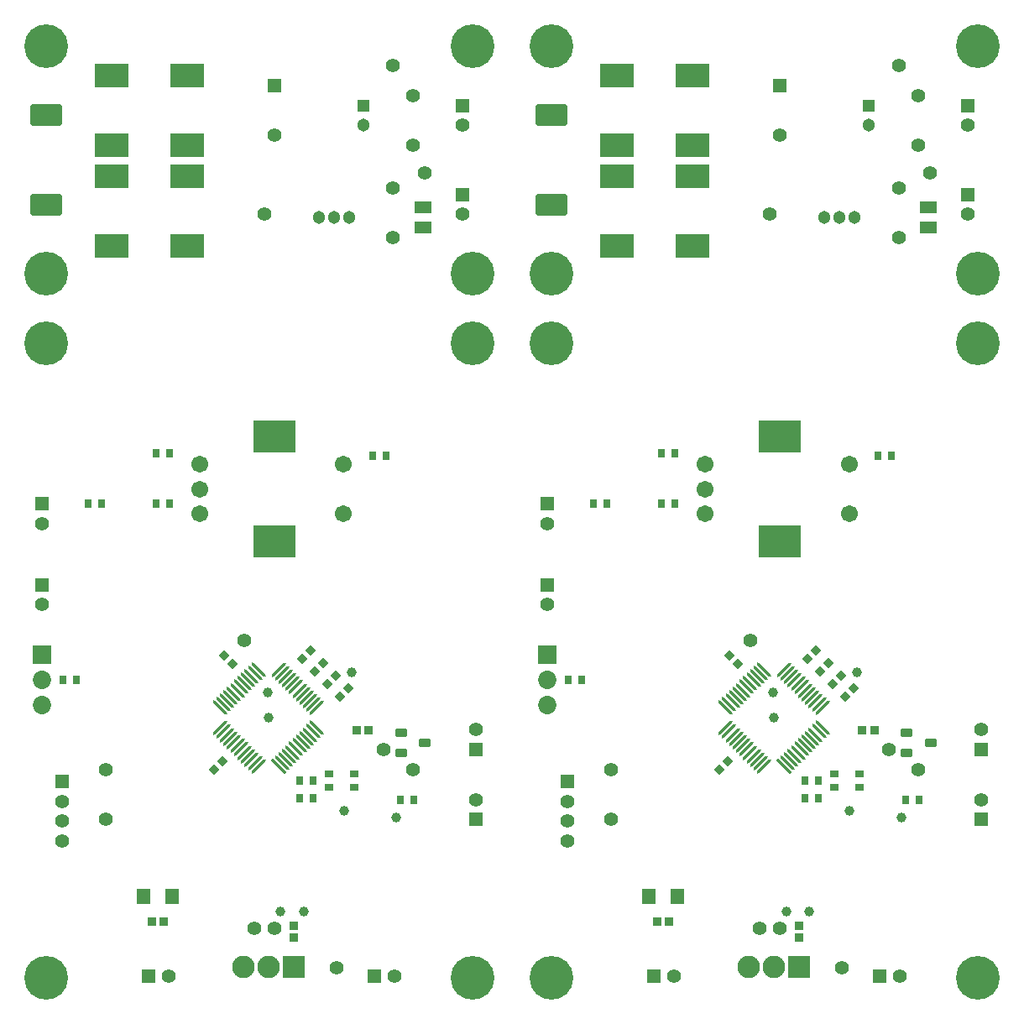
<source format=gbr>
%TF.GenerationSoftware,Altium Limited,Altium Designer,24.3.1 (35)*%
G04 Layer_Color=8388736*
%FSLAX45Y45*%
%MOMM*%
%TF.SameCoordinates,C0A1E697-D952-45A1-8973-6DB72EE3D4FA*%
%TF.FilePolarity,Negative*%
%TF.FileFunction,Soldermask,Top*%
%TF.Part,CustomerPanel*%
G01*
G75*
%TA.AperFunction,SMDPad,CuDef*%
%ADD17R,0.65872X0.81213*%
%ADD18R,0.80872X0.81213*%
%ADD19R,0.81213X0.65872*%
%ADD20R,0.81213X0.80872*%
G04:AMPARAMS|DCode=21|XSize=0.80872mm|YSize=0.81213mm|CornerRadius=0mm|HoleSize=0mm|Usage=FLASHONLY|Rotation=45.000|XOffset=0mm|YOffset=0mm|HoleType=Round|Shape=Rectangle|*
%AMROTATEDRECTD21*
4,1,4,0.00121,-0.57306,-0.57306,0.00121,-0.00121,0.57306,0.57306,-0.00121,0.00121,-0.57306,0.0*
%
%ADD21ROTATEDRECTD21*%

G04:AMPARAMS|DCode=22|XSize=0.80872mm|YSize=0.81213mm|CornerRadius=0mm|HoleSize=0mm|Usage=FLASHONLY|Rotation=315.000|XOffset=0mm|YOffset=0mm|HoleType=Round|Shape=Rectangle|*
%AMROTATEDRECTD22*
4,1,4,-0.57306,-0.00121,0.00121,0.57306,0.57306,0.00121,-0.00121,-0.57306,-0.57306,-0.00121,0.0*
%
%ADD22ROTATEDRECTD22*%

G04:AMPARAMS|DCode=24|XSize=1.95524mm|YSize=0.31247mm|CornerRadius=0mm|HoleSize=0mm|Usage=FLASHONLY|Rotation=135.000|XOffset=0mm|YOffset=0mm|HoleType=Round|Shape=Rectangle|*
%AMROTATEDRECTD24*
4,1,4,0.80176,-0.58080,0.58080,-0.80176,-0.80176,0.58080,-0.58080,0.80176,0.80176,-0.58080,0.0*
%
%ADD24ROTATEDRECTD24*%

G04:AMPARAMS|DCode=25|XSize=1.95524mm|YSize=0.31247mm|CornerRadius=0.15624mm|HoleSize=0mm|Usage=FLASHONLY|Rotation=135.000|XOffset=0mm|YOffset=0mm|HoleType=Round|Shape=RoundedRectangle|*
%AMROUNDEDRECTD25*
21,1,1.95524,0.00000,0,0,135.0*
21,1,1.64277,0.31247,0,0,135.0*
1,1,0.31247,-0.58080,0.58081*
1,1,0.31247,0.58081,-0.58080*
1,1,0.31247,0.58080,-0.58081*
1,1,0.31247,-0.58081,0.58080*
%
%ADD25ROUNDEDRECTD25*%
G04:AMPARAMS|DCode=26|XSize=0.31247mm|YSize=1.95524mm|CornerRadius=0.15624mm|HoleSize=0mm|Usage=FLASHONLY|Rotation=135.000|XOffset=0mm|YOffset=0mm|HoleType=Round|Shape=RoundedRectangle|*
%AMROUNDEDRECTD26*
21,1,0.31247,1.64277,0,0,135.0*
21,1,0.00000,1.95524,0,0,135.0*
1,1,0.31247,0.58080,0.58081*
1,1,0.31247,0.58081,0.58080*
1,1,0.31247,-0.58080,-0.58081*
1,1,0.31247,-0.58081,-0.58080*
%
%ADD26ROUNDEDRECTD26*%
%ADD50C,1.40320*%
%ADD51R,1.65320X1.15320*%
G04:AMPARAMS|DCode=52|XSize=3.2512mm|YSize=2.2352mm|CornerRadius=0.3556mm|HoleSize=0mm|Usage=FLASHONLY|Rotation=0.000|XOffset=0mm|YOffset=0mm|HoleType=Round|Shape=RoundedRectangle|*
%AMROUNDEDRECTD52*
21,1,3.25120,1.52400,0,0,0.0*
21,1,2.54000,2.23520,0,0,0.0*
1,1,0.71120,1.27000,-0.76200*
1,1,0.71120,-1.27000,-0.76200*
1,1,0.71120,-1.27000,0.76200*
1,1,0.71120,1.27000,0.76200*
%
%ADD52ROUNDEDRECTD52*%
%ADD53R,3.35320X2.40320*%
G04:AMPARAMS|DCode=54|XSize=0.8532mm|YSize=1.2032mm|CornerRadius=0.18285mm|HoleSize=0mm|Usage=FLASHONLY|Rotation=90.000|XOffset=0mm|YOffset=0mm|HoleType=Round|Shape=RoundedRectangle|*
%AMROUNDEDRECTD54*
21,1,0.85320,0.83750,0,0,90.0*
21,1,0.48750,1.20320,0,0,90.0*
1,1,0.36570,0.41875,0.24375*
1,1,0.36570,0.41875,-0.24375*
1,1,0.36570,-0.41875,-0.24375*
1,1,0.36570,-0.41875,0.24375*
%
%ADD54ROUNDEDRECTD54*%
%ADD55R,1.46000X1.56000*%
%TA.AperFunction,ComponentPad*%
%ADD56R,1.40320X1.40320*%
%ADD57C,1.40320*%
%ADD58C,1.30320*%
%TA.AperFunction,ViaPad*%
%ADD59C,4.40320*%
%TA.AperFunction,ComponentPad*%
%ADD60R,1.30320X1.30320*%
%ADD61C,1.70320*%
%ADD62R,4.30320X3.20320*%
%ADD63C,2.27320*%
%ADD64R,2.27320X2.27320*%
%ADD65R,1.40320X1.40320*%
%ADD66C,1.85320*%
%ADD67R,1.85320X1.85320*%
%TA.AperFunction,ViaPad*%
%ADD68C,1.00320*%
D17*
X2988671Y2108200D02*
D03*
X2853329D02*
D03*
Y2286000D02*
D03*
X2988671D02*
D03*
X3869329Y2095500D02*
D03*
X4004671D02*
D03*
X855071Y5080000D02*
D03*
X719729D02*
D03*
X465729Y3302000D02*
D03*
X601071D02*
D03*
X3725271Y5562600D02*
D03*
X3589929D02*
D03*
X1405529Y5588000D02*
D03*
X1540871D02*
D03*
X1405529Y5080000D02*
D03*
X1540871D02*
D03*
X8088671Y2108200D02*
D03*
X7953329D02*
D03*
Y2286000D02*
D03*
X8088671D02*
D03*
X8969329Y2095500D02*
D03*
X9104671D02*
D03*
X5955071Y5080000D02*
D03*
X5819729D02*
D03*
X5565729Y3302000D02*
D03*
X5701071D02*
D03*
X8825271Y5562600D02*
D03*
X8689929D02*
D03*
X6505529Y5588000D02*
D03*
X6640871D02*
D03*
X6505529Y5080000D02*
D03*
X6640871D02*
D03*
D18*
X3432329Y2794000D02*
D03*
X3552671D02*
D03*
X1362229Y863600D02*
D03*
X1482571D02*
D03*
X8532329Y2794000D02*
D03*
X8652671D02*
D03*
X6462229Y863600D02*
D03*
X6582571D02*
D03*
D19*
X3403600Y2353671D02*
D03*
Y2218329D02*
D03*
X3149600Y2353671D02*
D03*
Y2218329D02*
D03*
X8503600Y2353671D02*
D03*
Y2218329D02*
D03*
X8249600Y2353671D02*
D03*
Y2218329D02*
D03*
D20*
X2794000Y822171D02*
D03*
Y701829D02*
D03*
X7894000Y822171D02*
D03*
Y701829D02*
D03*
D21*
X3132453Y3259453D02*
D03*
X3217547Y3344547D02*
D03*
X3005453Y3386453D02*
D03*
X3090547Y3471547D02*
D03*
X2878453Y3513453D02*
D03*
X2963547Y3598547D02*
D03*
X3344547Y3217547D02*
D03*
X3259453Y3132453D02*
D03*
X1989453Y2395853D02*
D03*
X2074547Y2480947D02*
D03*
X8232453Y3259453D02*
D03*
X8317547Y3344547D02*
D03*
X8105453Y3386453D02*
D03*
X8190547Y3471547D02*
D03*
X7978453Y3513453D02*
D03*
X8063547Y3598547D02*
D03*
X8444547Y3217547D02*
D03*
X8359453Y3132453D02*
D03*
X7089453Y2395853D02*
D03*
X7174547Y2480947D02*
D03*
D22*
X2091053Y3547747D02*
D03*
X2176147Y3462653D02*
D03*
X7191053Y3547747D02*
D03*
X7276147Y3462653D02*
D03*
D24*
X2640799Y2431293D02*
D03*
X7740799D02*
D03*
D25*
X2676151Y2466650D02*
D03*
X2711507Y2502007D02*
D03*
X2746864Y2537358D02*
D03*
X2782216Y2572715D02*
D03*
X2817573Y2608072D02*
D03*
X2852930Y2643429D02*
D03*
X2888286Y2678781D02*
D03*
X2923638Y2714137D02*
D03*
X2958995Y2749494D02*
D03*
X2994352Y2784846D02*
D03*
X3029703Y2820203D02*
D03*
X2439204Y3410707D02*
D03*
X2403847Y3375350D02*
D03*
X2368491Y3339993D02*
D03*
X2333139Y3304642D02*
D03*
X2297782Y3269285D02*
D03*
X2262425Y3233928D02*
D03*
X2227074Y3198571D02*
D03*
X2191717Y3163219D02*
D03*
X2156360Y3127863D02*
D03*
X2121003Y3092506D02*
D03*
X2085651Y3057154D02*
D03*
X2050295Y3021797D02*
D03*
X7776151Y2466650D02*
D03*
X7811507Y2502007D02*
D03*
X7846864Y2537358D02*
D03*
X7882216Y2572715D02*
D03*
X7917573Y2608072D02*
D03*
X7952929Y2643429D02*
D03*
X7988286Y2678781D02*
D03*
X8023638Y2714137D02*
D03*
X8058995Y2749494D02*
D03*
X8094352Y2784846D02*
D03*
X8129703Y2820203D02*
D03*
X7539204Y3410707D02*
D03*
X7503847Y3375350D02*
D03*
X7468491Y3339993D02*
D03*
X7433139Y3304642D02*
D03*
X7397782Y3269285D02*
D03*
X7362425Y3233928D02*
D03*
X7327073Y3198571D02*
D03*
X7291717Y3163219D02*
D03*
X7256360Y3127863D02*
D03*
X7221003Y3092506D02*
D03*
X7185651Y3057154D02*
D03*
X7150295Y3021797D02*
D03*
D26*
X3029703D02*
D03*
X2994352Y3057154D02*
D03*
X2958995Y3092506D02*
D03*
X2923638Y3127863D02*
D03*
X2888286Y3163219D02*
D03*
X2852930Y3198571D02*
D03*
X2817573Y3233928D02*
D03*
X2782216Y3269285D02*
D03*
X2746864Y3304642D02*
D03*
X2711507Y3339993D02*
D03*
X2676151Y3375350D02*
D03*
X2640799Y3410707D02*
D03*
X2050295Y2820203D02*
D03*
X2085651Y2784846D02*
D03*
X2121003Y2749494D02*
D03*
X2156360Y2714137D02*
D03*
X2191717Y2678781D02*
D03*
X2227074Y2643429D02*
D03*
X2262425Y2608072D02*
D03*
X2297782Y2572715D02*
D03*
X2333139Y2537358D02*
D03*
X2368491Y2502007D02*
D03*
X2403847Y2466650D02*
D03*
X2439204Y2431293D02*
D03*
X8129703Y3021797D02*
D03*
X8094352Y3057154D02*
D03*
X8058995Y3092506D02*
D03*
X8023638Y3127863D02*
D03*
X7988286Y3163219D02*
D03*
X7952929Y3198571D02*
D03*
X7917573Y3233928D02*
D03*
X7882216Y3269285D02*
D03*
X7846864Y3304642D02*
D03*
X7811507Y3339993D02*
D03*
X7776151Y3375350D02*
D03*
X7740799Y3410707D02*
D03*
X7150295Y2820203D02*
D03*
X7185651Y2784846D02*
D03*
X7221003Y2749494D02*
D03*
X7256360Y2714137D02*
D03*
X7291717Y2678781D02*
D03*
X7327073Y2643429D02*
D03*
X7362425Y2608072D02*
D03*
X7397782Y2572715D02*
D03*
X7433139Y2537358D02*
D03*
X7468491Y2502007D02*
D03*
X7503847Y2466650D02*
D03*
X7539204Y2431293D02*
D03*
D50*
X4114800Y8420800D02*
D03*
X3800000Y9500000D02*
D03*
X2500000Y8000000D02*
D03*
X9214800Y8420800D02*
D03*
X8900000Y9500000D02*
D03*
X7600000Y8000000D02*
D03*
X3700000Y2600000D02*
D03*
X3225000Y400000D02*
D03*
X2400000Y800000D02*
D03*
X4000000Y2400000D02*
D03*
X900000Y1900000D02*
D03*
Y2400000D02*
D03*
X2300000Y3700000D02*
D03*
X2600000Y800000D02*
D03*
X8800000Y2600000D02*
D03*
X8325000Y400000D02*
D03*
X7500000Y800000D02*
D03*
X9100000Y2400000D02*
D03*
X6000000Y1900000D02*
D03*
Y2400000D02*
D03*
X7400000Y3700000D02*
D03*
X7700000Y800000D02*
D03*
D51*
X4100002Y8070001D02*
D03*
Y7870001D02*
D03*
X9200002Y8070001D02*
D03*
Y7870001D02*
D03*
D52*
X299999Y8099998D02*
D03*
Y9000001D02*
D03*
X5399999Y8099998D02*
D03*
Y9000001D02*
D03*
D53*
X959998Y8700998D02*
D03*
Y9401001D02*
D03*
X1721998Y7684998D02*
D03*
Y8385001D02*
D03*
X959998Y7684998D02*
D03*
Y8385001D02*
D03*
X1721998Y8700998D02*
D03*
Y9401001D02*
D03*
X6059998Y8700998D02*
D03*
Y9401001D02*
D03*
X6821998Y7684998D02*
D03*
Y8385001D02*
D03*
X6059998Y7684998D02*
D03*
Y8385001D02*
D03*
X6821998Y8700998D02*
D03*
Y9401001D02*
D03*
D54*
X4120500Y2667000D02*
D03*
X3880500Y2565000D02*
D03*
Y2769000D02*
D03*
X9220500Y2667000D02*
D03*
X8980500Y2565000D02*
D03*
Y2769000D02*
D03*
D55*
X1567400Y1117600D02*
D03*
X1277398D02*
D03*
X6667400D02*
D03*
X6377398D02*
D03*
D56*
X4500001Y8199998D02*
D03*
Y9100001D02*
D03*
X2600000Y9300001D02*
D03*
X9600001Y8199998D02*
D03*
Y9100001D02*
D03*
X7700000Y9300001D02*
D03*
X4635500Y1895500D02*
D03*
Y2603500D02*
D03*
X254002Y4264000D02*
D03*
Y5080000D02*
D03*
X457202Y2279599D02*
D03*
X9735500Y1895500D02*
D03*
Y2603500D02*
D03*
X5354001Y4264000D02*
D03*
Y5080000D02*
D03*
X5557201Y2279599D02*
D03*
D57*
X4500001Y7999998D02*
D03*
X3800003Y8270000D02*
D03*
Y7770001D02*
D03*
X4500001Y8900002D02*
D03*
X4000002Y9200001D02*
D03*
Y8700002D02*
D03*
X2600000Y8800002D02*
D03*
X9600001Y7999998D02*
D03*
X8900003Y8270000D02*
D03*
Y7770001D02*
D03*
X9600001Y8900002D02*
D03*
X9100002Y9200001D02*
D03*
Y8700002D02*
D03*
X7700000Y8800002D02*
D03*
X4635500Y2095500D02*
D03*
Y2803500D02*
D03*
X1533501Y317500D02*
D03*
X3810002D02*
D03*
X254002Y4064000D02*
D03*
Y4880000D02*
D03*
X457202Y2079600D02*
D03*
Y1879600D02*
D03*
Y1679600D02*
D03*
X9735500Y2095500D02*
D03*
Y2803500D02*
D03*
X6633501Y317500D02*
D03*
X8910001D02*
D03*
X5354001Y4064000D02*
D03*
Y4880000D02*
D03*
X5557201Y2079600D02*
D03*
Y1879600D02*
D03*
Y1679600D02*
D03*
D58*
X3352399Y7970001D02*
D03*
X3199999D02*
D03*
X3047599D02*
D03*
X3499998Y8900002D02*
D03*
X8452399Y7970001D02*
D03*
X8299999D02*
D03*
X8147599D02*
D03*
X8599998Y8900002D02*
D03*
D59*
X4600001Y7399999D02*
D03*
Y9700000D02*
D03*
X299999D02*
D03*
Y7399999D02*
D03*
X9700001D02*
D03*
Y9700000D02*
D03*
X5399999D02*
D03*
Y7399999D02*
D03*
X4600000Y6700000D02*
D03*
X300000D02*
D03*
X300001Y299999D02*
D03*
X4600002D02*
D03*
X9700000Y6700000D02*
D03*
X5400000D02*
D03*
X5400001Y299999D02*
D03*
X9700002D02*
D03*
D60*
X3499998Y9100001D02*
D03*
X8599998D02*
D03*
D61*
X1850000Y4980000D02*
D03*
Y5480000D02*
D03*
Y5230000D02*
D03*
X3300000Y4980000D02*
D03*
Y5480000D02*
D03*
X6950000Y4980000D02*
D03*
Y5480000D02*
D03*
Y5230000D02*
D03*
X8400000Y4980000D02*
D03*
Y5480000D02*
D03*
D62*
X2600000Y4700000D02*
D03*
Y5760000D02*
D03*
X7700000Y4700000D02*
D03*
Y5760000D02*
D03*
D63*
X2286000Y406400D02*
D03*
X2540000D02*
D03*
X7386000D02*
D03*
X7640000D02*
D03*
D64*
X2794000D02*
D03*
X7894000D02*
D03*
D65*
X1333502Y317500D02*
D03*
X3610002D02*
D03*
X6433501D02*
D03*
X8710002D02*
D03*
D66*
X254002Y3048000D02*
D03*
Y3302000D02*
D03*
X5354001Y3048000D02*
D03*
Y3302000D02*
D03*
D67*
X254002Y3556000D02*
D03*
X5354001D02*
D03*
D68*
X3826871Y1917700D02*
D03*
X3302000Y1981200D02*
D03*
X2533484Y3175000D02*
D03*
X3378200Y3378200D02*
D03*
X2540002Y2921000D02*
D03*
X2895602Y965200D02*
D03*
X2663298D02*
D03*
X8926871Y1917700D02*
D03*
X8402000Y1981200D02*
D03*
X7633484Y3175000D02*
D03*
X8478200Y3378200D02*
D03*
X7640001Y2921000D02*
D03*
X7995601Y965200D02*
D03*
X7763298D02*
D03*
%TF.MD5,d21b362f32bcefa87df9e9f16fa46ee2*%
M02*

</source>
